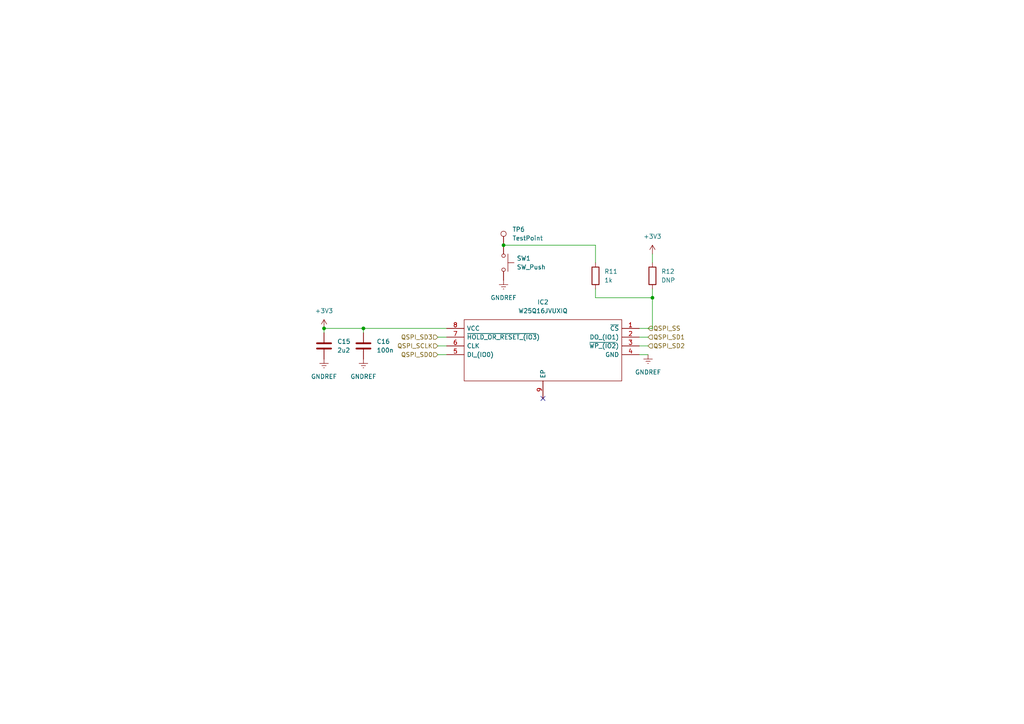
<source format=kicad_sch>
(kicad_sch (version 20211123) (generator eeschema)
  (paper "A4")
  (lib_symbols
    (symbol "Connector:TestPoint" (pin_numbers hide) (pin_names (offset 0.762) hide)
      (property "Reference" "TP" (at 0 6.858 0))
      (property "Value" "TestPoint" (at 0 5.08 0))
      (symbol "TestPoint_0_1"
        (circle (center 0 3.302) (radius 0.762))
      )
      (symbol "TestPoint_1_1"
        (pin passive line (at 0 0 90) (length 2.54) (name "1") (number "1"))
      )
    )
    (symbol "Device:C" (pin_numbers hide) (pin_names (offset 0.254))
      (property "Reference" "C" (at 0.635 2.54 0))
      (property "Value" "C" (at 0.635 -2.54 0))
      (symbol "C_0_1"
        (polyline (pts (xy -2.032 -0.762) (xy 2.032 -0.762)) (stroke (width 0.508)))
        (polyline (pts (xy -2.032 0.762) (xy 2.032 0.762)) (stroke (width 0.508)))
      )
      (symbol "C_1_1"
        (pin passive line (at 0 3.81 270) (length 2.794) (name "~") (number "1"))
        (pin passive line (at 0 -3.81 90) (length 2.794) (name "~") (number "2"))
      )
    )
    (symbol "Device:R" (pin_numbers hide) (pin_names (offset 0))
      (property "Reference" "R" (at 2.032 0 90))
      (property "Value" "R" (at 0 0 90))
      (symbol "R_0_1"
        (rectangle (start -1.016 -2.54) (end 1.016 2.54) (stroke (width 0.254)))
      )
      (symbol "R_1_1"
        (pin passive line (at 0 3.81 270) (length 1.27) (name "~") (number "1"))
        (pin passive line (at 0 -3.81 90) (length 1.27) (name "~") (number "2"))
      )
    )
    (symbol "Mouser parts:W25Q16JVUXIQ" (pin_names (offset 0.762))
      (property "Reference" "IC" (at 52.07 7.62 0))
      (property "Value" "W25Q16JVUXIQ" (at 52.07 5.08 0))
      (symbol "W25Q16JVUXIQ_0_0"
        (pin passive line (at 0 0 0) (length 5.08) (name "~{CS}") (number "1"))
        (pin passive line (at 0 -2.54 0) (length 5.08) (name "DO_(IO1)") (number "2"))
        (pin passive line (at 0 -5.08 0) (length 5.08) (name "~{WP_(IO2})") (number "3"))
        (pin passive line (at 0 -7.62 0) (length 5.08) (name "GND") (number "4"))
        (pin passive line (at 55.88 -7.62 180) (length 5.08) (name "DI_(IO0)") (number "5"))
        (pin passive line (at 55.88 -5.08 180) (length 5.08) (name "CLK") (number "6"))
        (pin passive line (at 55.88 -2.54 180) (length 5.08) (name "~{HOLD_OR_RESET_(IO3})") (number "7"))
        (pin passive line (at 55.88 0 180) (length 5.08) (name "VCC") (number "8"))
        (pin passive line (at 27.94 -20.32 90) (length 5.08) (name "EP") (number "9"))
      )
      (symbol "W25Q16JVUXIQ_0_1"
        (polyline (pts (xy 5.08 2.54) (xy 50.8 2.54) (xy 50.8 -15.24) (xy 5.08 -15.24) (xy 5.08 2.54)) (stroke (width 0.1524)))
      )
    )
    (symbol "Switch:SW_Push" (pin_numbers hide) (pin_names (offset 1.016) hide)
      (property "Reference" "SW" (at 1.27 2.54 0))
      (property "Value" "SW_Push" (at 0 -1.524 0))
      (symbol "SW_Push_0_1"
        (circle (center -2.032 0) (radius 0.508))
        (polyline (pts (xy 0 1.27) (xy 0 3.048)))
        (polyline (pts (xy 2.54 1.27) (xy -2.54 1.27)))
        (circle (center 2.032 0) (radius 0.508))
        (pin passive line (at -5.08 0 0) (length 2.54) (name "1") (number "1"))
        (pin passive line (at 5.08 0 180) (length 2.54) (name "2") (number "2"))
      )
    )
    (symbol "power:+3.3V" (power) (pin_names (offset 0))
      (property "Value" "+3.3V" (at 0 3.556 0))
      (symbol "+3.3V_0_1"
        (polyline (pts (xy -0.762 1.27) (xy 0 2.54)))
        (polyline (pts (xy 0 0) (xy 0 2.54)))
        (polyline (pts (xy 0 2.54) (xy 0.762 1.27)))
      )
      (symbol "+3.3V_1_1"
        (pin power_in line (at 0 0 90) (length 0) hide (name "+3V3") (number "1"))
      )
    )
    (symbol "power:GNDREF" (power) (pin_names (offset 0))
      (property "Value" "GNDREF" (at 0 -3.81 0))
      (symbol "GNDREF_0_1"
        (polyline (pts (xy -0.635 -1.905) (xy 0.635 -1.905)))
        (polyline (pts (xy -0.127 -2.54) (xy 0.127 -2.54)))
        (polyline (pts (xy 0 -1.27) (xy 0 0)))
        (polyline (pts (xy 1.27 -1.27) (xy -1.27 -1.27)))
      )
      (symbol "GNDREF_1_1"
        (pin power_in line (at 0 0 270) (length 0) hide (name "GNDREF") (number "1"))
      )
    )
  )
  (junction (at 146.05 71.12))
  (junction (at 189.23 86.36))
  (junction (at 93.98 95.25))
  (junction (at 105.41 95.25))
  (no_connect (at 157.48 115.57))
  (wire (pts (xy 127 102.87) (xy 129.54 102.87)))
  (wire (pts (xy 129.54 95.25) (xy 105.41 95.25)))
  (wire (pts (xy 127 100.33) (xy 129.54 100.33)))
  (wire (pts (xy 172.72 71.12) (xy 146.05 71.12)))
  (wire (pts (xy 185.42 102.87) (xy 187.96 102.87)))
  (wire (pts (xy 105.41 95.25) (xy 93.98 95.25)))
  (wire (pts (xy 93.98 95.25) (xy 93.98 96.52)))
  (wire (pts (xy 185.42 97.79) (xy 187.96 97.79)))
  (wire (pts (xy 172.72 83.82) (xy 172.72 86.36)))
  (wire (pts (xy 172.72 76.2) (xy 172.72 71.12)))
  (wire (pts (xy 189.23 73.66) (xy 189.23 76.2)))
  (wire (pts (xy 105.41 95.25) (xy 105.41 96.52)))
  (wire (pts (xy 189.23 83.82) (xy 189.23 86.36)))
  (wire (pts (xy 185.42 100.33) (xy 187.96 100.33)))
  (wire (pts (xy 189.23 86.36) (xy 189.23 95.25)))
  (wire (pts (xy 172.72 86.36) (xy 189.23 86.36)))
  (wire (pts (xy 127 97.79) (xy 129.54 97.79)))
  (wire (pts (xy 189.23 95.25) (xy 185.42 95.25)))
  (hierarchical_label "QSPI_SD1" (shape input) (at 187.96 97.79 0))
  (hierarchical_label "QSPI_SS" (shape input) (at 187.96 95.25 0))
  (hierarchical_label "QSPI_SD2" (shape input) (at 187.96 100.33 0))
  (hierarchical_label "QSPI_SD3" (shape input) (at 127 97.79 180))
  (hierarchical_label "QSPI_SCLK" (shape input) (at 127 100.33 180))
  (hierarchical_label "QSPI_SD0" (shape input) (at 127 102.87 180))
  (symbol (lib_id "Device:C") (at 93.98 100.33 0) (unit 1)
    (property "Reference" "C15" (at 97.79 99.0599 0) (effects (justify left)))
    (property "Value" "2u2" (at 97.79 101.5999 0) (effects (justify left)))
    (property "Footprint" "Capacitor_SMD:C_0402_1005Metric_Pad0.74x0.62mm_HandSolder" (effects hide))
  )
  (symbol (lib_id "power:GNDREF") (at 146.05 81.28 0) (unit 1)
    (property "Reference" "#PWR044" (effects hide))
    (property "Value" "GNDREF" (at 146.05 86.36 0))
  )
  (symbol (lib_id "power:GNDREF") (at 105.41 104.14 0) (unit 1)
    (property "Reference" "#PWR043" (effects hide))
    (property "Value" "GNDREF" (at 105.41 109.22 0))
  )
  (symbol (lib_id "power:GNDREF") (at 93.98 104.14 0) (unit 1)
    (property "Reference" "#PWR042" (effects hide))
    (property "Value" "GNDREF" (at 93.98 109.22 0))
  )
  (symbol (lib_id "Device:R") (at 189.23 80.01 0) (unit 1)
    (property "Reference" "R12" (at 191.77 78.7399 0) (effects (justify left)))
    (property "Value" "DNP" (at 191.77 81.2799 0) (effects (justify left)))
    (property "Footprint" "Resistor_SMD:R_0402_1005Metric_Pad0.72x0.64mm_HandSolder" (effects hide))
  )
  (symbol (lib_id "Mouser parts:W25Q16JVUXIQ") (at 185.42 95.25 0) (mirror y) (unit 1)
    (property "Reference" "IC2" (at 157.48 87.63 0))
    (property "Value" "W25Q16JVUXIQ" (at 157.48 90.17 0))
    (property "Footprint" "SON50P300X200X60-9N" (effects hide))
    (property "Datasheet" "https://www.winbond.com/resource-files/w25q16jv%20spi%20revh%2004082019%20plus.pdf" (effects hide))
    (property "Description" "SPIFLASH, 3V, 16M-BIT, 4KB UNIFO" (effects hide))
    (property "Height" "0.6" (effects hide))
    (property "Manufacturer_Name" "Winbond" (effects hide))
    (property "Manufacturer_Part_Number" "W25Q16JVUXIQ" (effects hide))
  )
  (symbol (lib_id "power:GNDREF") (at 187.96 102.87 0) (unit 1)
    (property "Reference" "#PWR045" (effects hide))
    (property "Value" "GNDREF" (at 187.96 107.95 0))
  )
  (symbol (lib_id "Switch:SW_Push") (at 146.05 76.2 270) (unit 1)
    (property "Reference" "SW1" (at 149.86 74.9299 90) (effects (justify left)))
    (property "Value" "SW_Push" (at 149.86 77.4699 90) (effects (justify left)))
    (property "Footprint" "Button_Switch_SMD:Panasonic_EVQPUM_EVQPUD" (effects hide))
  )
  (symbol (lib_id "power:+3.3V") (at 93.98 95.25 0) (unit 1)
    (property "Reference" "#PWR041" (effects hide))
    (property "Value" "+3.3V" (at 93.98 90.17 0))
  )
  (symbol (lib_id "power:+3.3V") (at 189.23 73.66 0) (unit 1)
    (property "Reference" "#PWR046" (effects hide))
    (property "Value" "+3.3V" (at 189.23 68.58 0))
  )
  (symbol (lib_id "Device:C") (at 105.41 100.33 0) (unit 1)
    (property "Reference" "C16" (at 109.22 99.0599 0) (effects (justify left)))
    (property "Value" "100n" (at 109.22 101.5999 0) (effects (justify left)))
    (property "Footprint" "Capacitor_SMD:C_0201_0603Metric_Pad0.64x0.40mm_HandSolder" (effects hide))
  )
  (symbol (lib_id "Connector:TestPoint") (at 146.05 71.12 0) (unit 1)
    (property "Reference" "TP6" (at 148.59 66.5479 0) (effects (justify left)))
    (property "Value" "TestPoint" (at 148.59 69.0879 0) (effects (justify left)))
    (property "Footprint" "TestPoint:TestPoint_Pad_D1.0mm" (effects hide))
  )
  (symbol (lib_id "Device:R") (at 172.72 80.01 0) (unit 1)
    (property "Reference" "R11" (at 175.26 78.7399 0) (effects (justify left)))
    (property "Value" "1k" (at 175.26 81.2799 0) (effects (justify left)))
    (property "Footprint" "Resistor_SMD:R_0402_1005Metric_Pad0.72x0.64mm_HandSolder" (effects hide))
  )
)
</source>
